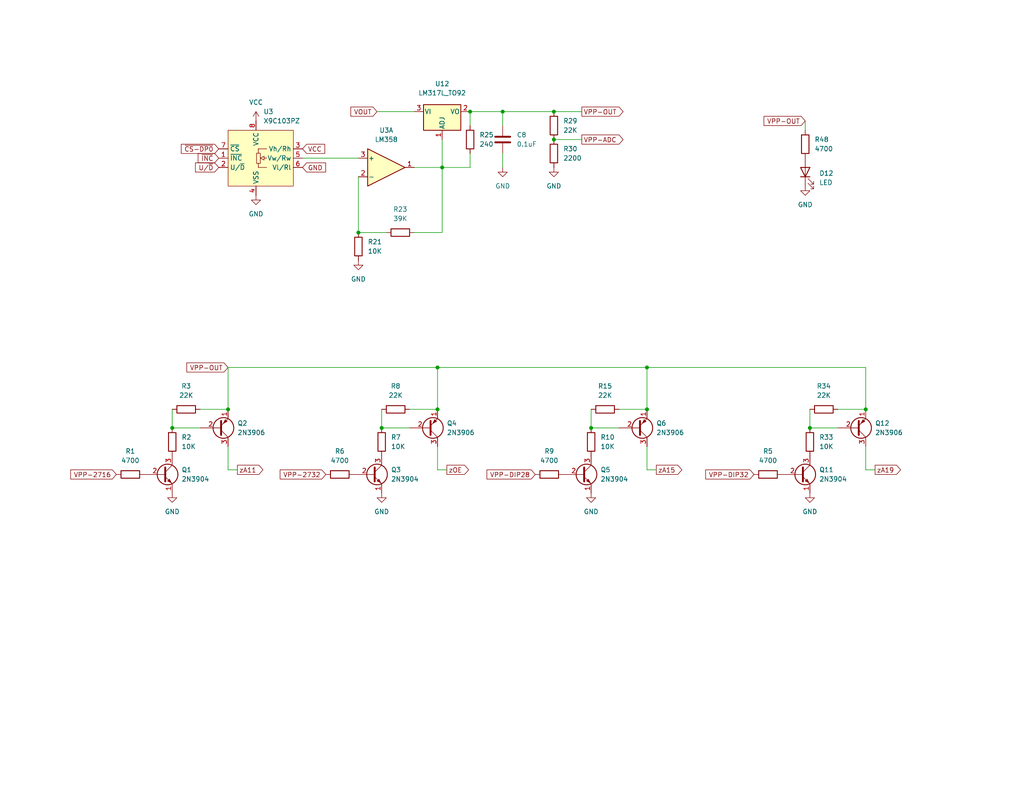
<source format=kicad_sch>
(kicad_sch (version 20211123) (generator eeschema)
  (paper "A")
  (lib_symbols
    (symbol "Amplifier_Operational:LM358" (pin_names (offset 0.127))
      (property "Reference" "U" (at 0 5.08 0))
      (property "Value" "LM358" (at 0 -5.08 0))
      (symbol "LM358_1_1"
        (polyline (pts (xy -5.08 5.08) (xy 5.08 0) (xy -5.08 -5.08) (xy -5.08 5.08)) (stroke (width 0.254)) (fill (type background)))
        (pin output line (at 7.62 0 180) (length 2.54) (name "~") (number "1"))
        (pin input line (at -7.62 -2.54 0) (length 2.54) (name "-") (number "2"))
        (pin input line (at -7.62 2.54 0) (length 2.54) (name "+") (number "3"))
      )
      (symbol "LM358_2_1"
        (polyline (pts (xy -5.08 5.08) (xy 5.08 0) (xy -5.08 -5.08) (xy -5.08 5.08)) (stroke (width 0.254)) (fill (type background)))
        (pin input line (at -7.62 2.54 0) (length 2.54) (name "+") (number "5"))
        (pin input line (at -7.62 -2.54 0) (length 2.54) (name "-") (number "6"))
        (pin output line (at 7.62 0 180) (length 2.54) (name "~") (number "7"))
      )
      (symbol "LM358_3_1"
        (pin power_in line (at -2.54 -7.62 90) (length 3.81) (name "V-") (number "4"))
        (pin power_in line (at -2.54 7.62 270) (length 3.81) (name "V+") (number "8"))
      )
    )
    (symbol "Device:C" (pin_numbers hide) (pin_names (offset 0.254))
      (property "Reference" "C" (at 0.635 2.54 0))
      (property "Value" "C" (at 0.635 -2.54 0))
      (symbol "C_0_1"
        (polyline (pts (xy -2.032 -0.762) (xy 2.032 -0.762)) (stroke (width 0.508)))
        (polyline (pts (xy -2.032 0.762) (xy 2.032 0.762)) (stroke (width 0.508)))
      )
      (symbol "C_1_1"
        (pin passive line (at 0 3.81 270) (length 2.794) (name "~") (number "1"))
        (pin passive line (at 0 -3.81 90) (length 2.794) (name "~") (number "2"))
      )
    )
    (symbol "Device:LED" (pin_numbers hide) (pin_names (offset 1.016) hide)
      (property "Reference" "D" (at 0 2.54 0))
      (property "Value" "LED" (at 0 -2.54 0))
      (symbol "LED_0_1"
        (polyline (pts (xy -1.27 -1.27) (xy -1.27 1.27)) (stroke (width 0.254)))
        (polyline (pts (xy -1.27 0) (xy 1.27 0)))
        (polyline (pts (xy 1.27 -1.27) (xy 1.27 1.27) (xy -1.27 0) (xy 1.27 -1.27)) (stroke (width 0.254)))
        (polyline (pts (xy -3.048 -0.762) (xy -4.572 -2.286) (xy -3.81 -2.286) (xy -4.572 -2.286) (xy -4.572 -1.524)))
        (polyline (pts (xy -1.778 -0.762) (xy -3.302 -2.286) (xy -2.54 -2.286) (xy -3.302 -2.286) (xy -3.302 -1.524)))
      )
      (symbol "LED_1_1"
        (pin passive line (at -3.81 0 0) (length 2.54) (name "K") (number "1"))
        (pin passive line (at 3.81 0 180) (length 2.54) (name "A") (number "2"))
      )
    )
    (symbol "Device:R" (pin_numbers hide) (pin_names (offset 0))
      (property "Reference" "R" (at 2.032 0 90))
      (property "Value" "R" (at 0 0 90))
      (symbol "R_0_1"
        (rectangle (start -1.016 -2.54) (end 1.016 2.54) (stroke (width 0.254)))
      )
      (symbol "R_1_1"
        (pin passive line (at 0 3.81 270) (length 1.27) (name "~") (number "1"))
        (pin passive line (at 0 -3.81 90) (length 1.27) (name "~") (number "2"))
      )
    )
    (symbol "Regulator_Linear:LM317L_TO92" (pin_names (offset 0.254))
      (property "Reference" "U" (at -3.81 3.175 0))
      (property "Value" "LM317L_TO92" (at 0 3.175 0))
      (symbol "LM317L_TO92_0_1"
        (rectangle (start -5.08 1.905) (end 5.08 -5.08) (stroke (width 0.254)) (fill (type background)))
      )
      (symbol "LM317L_TO92_1_1"
        (pin input line (at 0 -7.62 90) (length 2.54) (name "ADJ") (number "1"))
        (pin power_out line (at 7.62 0 180) (length 2.54) (name "VO") (number "2"))
        (pin power_in line (at -7.62 0 0) (length 2.54) (name "VI") (number "3"))
      )
    )
    (symbol "Transistor_BJT:2N3904" (pin_names (offset 0) hide)
      (property "Reference" "Q" (at 5.08 1.905 0))
      (property "Value" "2N3904" (at 5.08 0 0))
      (symbol "2N3904_0_1"
        (polyline (pts (xy 0.635 0.635) (xy 2.54 2.54)))
        (polyline (pts (xy 0.635 -0.635) (xy 2.54 -2.54) (xy 2.54 -2.54)))
        (polyline (pts (xy 0.635 1.905) (xy 0.635 -1.905) (xy 0.635 -1.905)) (stroke (width 0.508)))
        (polyline (pts (xy 1.27 -1.778) (xy 1.778 -1.27) (xy 2.286 -2.286) (xy 1.27 -1.778) (xy 1.27 -1.778)) (fill (type outline)))
        (circle (center 1.27 0) (radius 2.8194) (stroke (width 0.254)))
      )
      (symbol "2N3904_1_1"
        (pin passive line (at 2.54 -5.08 90) (length 2.54) (name "E") (number "1"))
        (pin passive line (at -5.08 0 0) (length 5.715) (name "B") (number "2"))
        (pin passive line (at 2.54 5.08 270) (length 2.54) (name "C") (number "3"))
      )
    )
    (symbol "Transistor_BJT:2N3906" (pin_names (offset 0) hide)
      (property "Reference" "Q" (at 5.08 1.905 0))
      (property "Value" "2N3906" (at 5.08 0 0))
      (symbol "2N3906_0_1"
        (polyline (pts (xy 0.635 0.635) (xy 2.54 2.54)))
        (polyline (pts (xy 0.635 -0.635) (xy 2.54 -2.54) (xy 2.54 -2.54)))
        (polyline (pts (xy 0.635 1.905) (xy 0.635 -1.905) (xy 0.635 -1.905)) (stroke (width 0.508)))
        (polyline (pts (xy 2.286 -1.778) (xy 1.778 -2.286) (xy 1.27 -1.27) (xy 2.286 -1.778) (xy 2.286 -1.778)) (fill (type outline)))
        (circle (center 1.27 0) (radius 2.8194) (stroke (width 0.254)))
      )
      (symbol "2N3906_1_1"
        (pin passive line (at 2.54 -5.08 90) (length 2.54) (name "E") (number "1"))
        (pin input line (at -5.08 0 0) (length 5.715) (name "B") (number "2"))
        (pin passive line (at 2.54 5.08 270) (length 2.54) (name "C") (number "3"))
      )
    )
    (symbol "X9Cxxx:X9C103PZ"
      (property "Reference" "U?" (at 0.7494 12.7 0))
      (property "Value" "X9C103PZ" (at 0.7494 10.16 0))
      (symbol "X9C103PZ_0_1"
        (polyline (pts (xy -1.27 7.62) (xy 8.89 7.62) (xy 8.89 -5.08) (xy 8.89 -7.62) (xy -8.89 -7.62) (xy -8.89 7.62) (xy -1.27 7.62)) (fill (type background)))
      )
      (symbol "X9C103PZ_1_1"
        (rectangle (start -1.1176 1.3462) (end -0.1016 -1.4478))
        (polyline (pts (xy -0.635 -2.286) (xy -0.635 -1.4478)))
        (polyline (pts (xy -0.635 2.3114) (xy -0.635 1.3716)))
        (polyline (pts (xy 0.9398 0.0254) (xy 1.651 0.0254)))
        (polyline (pts (xy -0.635 -2.54) (xy -0.635 -2.286) (xy -0.635 -2.286)) (fill (type background)))
        (polyline (pts (xy -0.635 -2.54) (xy 1.651 -2.54) (xy 1.651 -2.54)) (fill (type background)))
        (polyline (pts (xy -0.635 2.54) (xy -0.635 2.286) (xy -0.635 2.286)))
        (polyline (pts (xy -0.635 2.54) (xy 1.651 2.54) (xy 1.651 2.54)) (fill (type background)))
        (polyline (pts (xy 0.9398 0.508) (xy 0.9398 -0.508) (xy -0.0762 0) (xy 0.9398 0.508) (xy 0.9398 0.508)) (fill (type background)))
        (pin input line (at -11.43 0 0) (length 2.54) (name "~{INC}") (number "1"))
        (pin input line (at -11.43 -2.54 0) (length 2.54) (name "U/~{D}") (number "2"))
        (pin passive line (at 11.43 2.54 180) (length 2.54) (name "Vh/Rh") (number "3"))
        (pin power_in line (at -1.27 -10.16 90) (length 2.54) (name "VSS") (number "4"))
        (pin passive line (at 11.43 0 180) (length 2.54) (name "Vw/Rw") (number "5"))
        (pin passive line (at 11.43 -2.54 180) (length 2.54) (name "Vl/Rl") (number "6"))
        (pin input line (at -11.43 2.54 0) (length 2.54) (name "~{CS}") (number "7"))
        (pin power_in line (at -1.27 10.16 270) (length 2.54) (name "VCC") (number "8"))
      )
    )
    (symbol "power:GND" (power) (pin_names (offset 0))
      (property "Value" "GND" (at 0 -3.81 0))
      (symbol "GND_0_1"
        (polyline (pts (xy 0 0) (xy 0 -1.27) (xy 1.27 -1.27) (xy 0 -2.54) (xy -1.27 -1.27) (xy 0 -1.27)))
      )
      (symbol "GND_1_1"
        (pin power_in line (at 0 0 270) (length 0) hide (name "GND") (number "1"))
      )
    )
    (symbol "power:VCC" (power) (pin_names (offset 0))
      (property "Value" "VCC" (at 0 3.81 0))
      (symbol "VCC_0_1"
        (polyline (pts (xy -0.762 1.27) (xy 0 2.54)))
        (polyline (pts (xy 0 0) (xy 0 2.54)))
        (polyline (pts (xy 0 2.54) (xy 0.762 1.27)))
      )
      (symbol "VCC_1_1"
        (pin power_in line (at 0 0 90) (length 0) hide (name "VCC") (number "1"))
      )
    )
  )
  (junction (at 119.38 111.76))
  (junction (at 220.98 116.84))
  (junction (at 151.13 30.48))
  (junction (at 104.14 116.84))
  (junction (at 176.53 111.76))
  (junction (at 120.65 45.72))
  (junction (at 151.13 38.1))
  (junction (at 62.23 111.76))
  (junction (at 161.29 116.84))
  (junction (at 137.16 30.48))
  (junction (at 236.22 111.76))
  (junction (at 176.53 100.33))
  (junction (at 97.79 63.5))
  (junction (at 119.38 100.33))
  (junction (at 46.99 116.84))
  (junction (at 128.27 30.48))
  (wire (pts (xy 104.14 116.84) (xy 111.76 116.84)))
  (wire (pts (xy 54.61 111.76) (xy 62.23 111.76)))
  (wire (pts (xy 236.22 121.92) (xy 236.22 128.27)))
  (wire (pts (xy 62.23 100.33) (xy 62.23 111.76)))
  (wire (pts (xy 161.29 111.76) (xy 161.29 116.84)))
  (wire (pts (xy 113.03 45.72) (xy 120.65 45.72)))
  (wire (pts (xy 97.79 48.26) (xy 97.79 63.5)))
  (wire (pts (xy 105.41 63.5) (xy 97.79 63.5)))
  (wire (pts (xy 176.53 100.33) (xy 236.22 100.33)))
  (wire (pts (xy 104.14 111.76) (xy 104.14 116.84)))
  (wire (pts (xy 120.65 45.72) (xy 120.65 38.1)))
  (wire (pts (xy 128.27 30.48) (xy 128.27 34.29)))
  (wire (pts (xy 220.98 111.76) (xy 220.98 116.84)))
  (wire (pts (xy 176.53 128.27) (xy 179.07 128.27)))
  (wire (pts (xy 62.23 121.92) (xy 62.23 128.27)))
  (wire (pts (xy 128.27 30.48) (xy 137.16 30.48)))
  (wire (pts (xy 236.22 100.33) (xy 236.22 111.76)))
  (wire (pts (xy 137.16 30.48) (xy 137.16 34.29)))
  (wire (pts (xy 219.71 33.02) (xy 219.71 35.56)))
  (wire (pts (xy 119.38 100.33) (xy 119.38 111.76)))
  (wire (pts (xy 46.99 116.84) (xy 54.61 116.84)))
  (wire (pts (xy 128.27 41.91) (xy 128.27 45.72)))
  (wire (pts (xy 137.16 30.48) (xy 151.13 30.48)))
  (wire (pts (xy 113.03 63.5) (xy 120.65 63.5)))
  (wire (pts (xy 220.98 116.84) (xy 228.6 116.84)))
  (wire (pts (xy 228.6 111.76) (xy 236.22 111.76)))
  (wire (pts (xy 128.27 45.72) (xy 120.65 45.72)))
  (wire (pts (xy 151.13 38.1) (xy 158.75 38.1)))
  (wire (pts (xy 119.38 128.27) (xy 121.92 128.27)))
  (wire (pts (xy 111.76 111.76) (xy 119.38 111.76)))
  (wire (pts (xy 236.22 128.27) (xy 238.76 128.27)))
  (wire (pts (xy 168.91 111.76) (xy 176.53 111.76)))
  (wire (pts (xy 120.65 63.5) (xy 120.65 45.72)))
  (wire (pts (xy 176.53 121.92) (xy 176.53 128.27)))
  (wire (pts (xy 137.16 41.91) (xy 137.16 45.72)))
  (wire (pts (xy 119.38 100.33) (xy 176.53 100.33)))
  (wire (pts (xy 62.23 128.27) (xy 64.77 128.27)))
  (wire (pts (xy 119.38 121.92) (xy 119.38 128.27)))
  (wire (pts (xy 161.29 116.84) (xy 168.91 116.84)))
  (wire (pts (xy 151.13 30.48) (xy 158.75 30.48)))
  (wire (pts (xy 46.99 111.76) (xy 46.99 116.84)))
  (wire (pts (xy 62.23 100.33) (xy 119.38 100.33)))
  (wire (pts (xy 113.03 30.48) (xy 102.87 30.48)))
  (wire (pts (xy 176.53 100.33) (xy 176.53 111.76)))
  (wire (pts (xy 82.55 43.18) (xy 97.79 43.18)))
  (global_label "GND" (shape input) (at 82.55 45.72 0) (property "Intersheet References" "${INTERSHEET_REFS}" (effects hide)))
  (global_label "VPP-ADC" (shape output) (at 158.75 38.1 0) (property "Intersheet References" "${INTERSHEET_REFS}" (effects hide)))
  (global_label "~{CS-DP0}" (shape input) (at 59.69 40.64 180) (property "Intersheet References" "${INTERSHEET_REFS}" (effects hide)))
  (global_label "VPP-OUT" (shape output) (at 158.75 30.48 0) (property "Intersheet References" "${INTERSHEET_REFS}" (effects hide)))
  (global_label "VOUT" (shape input) (at 102.87 30.48 180) (property "Intersheet References" "${INTERSHEET_REFS}" (effects hide)))
  (global_label "VPP-OUT" (shape input) (at 62.23 100.33 180) (property "Intersheet References" "${INTERSHEET_REFS}" (effects hide)))
  (global_label "~{INC}" (shape input) (at 59.69 43.18 180) (property "Intersheet References" "${INTERSHEET_REFS}" (effects hide)))
  (global_label "VPP-DIP28" (shape input) (at 146.05 129.54 180) (property "Intersheet References" "${INTERSHEET_REFS}" (effects hide)))
  (global_label "VPP-2716" (shape input) (at 31.75 129.54 180) (property "Intersheet References" "${INTERSHEET_REFS}" (effects hide)))
  (global_label "VPP-DIP32" (shape input) (at 205.74 129.54 180) (property "Intersheet References" "${INTERSHEET_REFS}" (effects hide)))
  (global_label "zA11" (shape output) (at 64.77 128.27 0) (property "Intersheet References" "${INTERSHEET_REFS}" (effects hide)))
  (global_label "zA19" (shape output) (at 238.76 128.27 0) (property "Intersheet References" "${INTERSHEET_REFS}" (effects hide)))
  (global_label "zA15" (shape output) (at 179.07 128.27 0) (property "Intersheet References" "${INTERSHEET_REFS}" (effects hide)))
  (global_label "VPP-OUT" (shape input) (at 219.71 33.02 180) (property "Intersheet References" "${INTERSHEET_REFS}" (effects hide)))
  (global_label "U{slash}~{D}" (shape input) (at 59.69 45.72 180) (property "Intersheet References" "${INTERSHEET_REFS}" (effects hide)))
  (global_label "VPP-2732" (shape input) (at 88.9 129.54 180) (property "Intersheet References" "${INTERSHEET_REFS}" (effects hide)))
  (global_label "zOE" (shape output) (at 121.92 128.27 0) (property "Intersheet References" "${INTERSHEET_REFS}" (effects hide)))
  (global_label "VCC" (shape input) (at 82.55 40.64 0) (property "Intersheet References" "${INTERSHEET_REFS}" (effects hide)))
  (symbol (lib_id "Device:R") (at 109.22 63.5 90) (unit 1)
    (property "Reference" "R23" (at 109.22 57.15 90))
    (property "Value" "39K" (at 109.22 59.69 90))
    (property "Footprint" "Resistor_THT:R_Axial_DIN0207_L6.3mm_D2.5mm_P7.62mm_Horizontal" (effects hide))
  )
  (symbol (lib_id "Transistor_BJT:2N3904") (at 44.45 129.54 0) (unit 1)
    (property "Reference" "Q1" (at 49.53 128.2699 0) (effects (justify left)))
    (property "Value" "2N3904" (at 49.53 130.8099 0) (effects (justify left)))
    (property "Footprint" "Package_TO_SOT_THT:TO-92_HandSolder" (effects hide))
    (property "Datasheet" "https://www.onsemi.com/pub/Collateral/2N3903-D.PDF" (effects hide))
  )
  (symbol (lib_id "Transistor_BJT:2N3904") (at 158.75 129.54 0) (unit 1)
    (property "Reference" "Q5" (at 163.83 128.2699 0) (effects (justify left)))
    (property "Value" "2N3904" (at 163.83 130.8099 0) (effects (justify left)))
    (property "Footprint" "Package_TO_SOT_THT:TO-92_HandSolder" (effects hide))
    (property "Datasheet" "https://www.onsemi.com/pub/Collateral/2N3903-D.PDF" (effects hide))
  )
  (symbol (lib_id "Device:R") (at 149.86 129.54 90) (unit 1)
    (property "Reference" "R9" (at 149.86 123.19 90))
    (property "Value" "4700" (at 149.86 125.73 90))
    (property "Footprint" "Resistor_THT:R_Axial_DIN0207_L6.3mm_D2.5mm_P7.62mm_Horizontal" (effects hide))
  )
  (symbol (lib_id "Device:R") (at 128.27 38.1 0) (unit 1)
    (property "Reference" "R25" (at 130.81 36.8299 0) (effects (justify left)))
    (property "Value" "240" (at 130.81 39.3699 0) (effects (justify left)))
    (property "Footprint" "Resistor_THT:R_Axial_DIN0207_L6.3mm_D2.5mm_P7.62mm_Horizontal" (effects hide))
  )
  (symbol (lib_id "Device:R") (at 161.29 120.65 0) (unit 1)
    (property "Reference" "R10" (at 163.83 119.3799 0) (effects (justify left)))
    (property "Value" "10K" (at 163.83 121.9199 0) (effects (justify left)))
    (property "Footprint" "Resistor_THT:R_Axial_DIN0207_L6.3mm_D2.5mm_P7.62mm_Horizontal" (effects hide))
  )
  (symbol (lib_id "Device:R") (at 220.98 120.65 0) (unit 1)
    (property "Reference" "R33" (at 223.52 119.3799 0) (effects (justify left)))
    (property "Value" "10K" (at 223.52 121.9199 0) (effects (justify left)))
    (property "Footprint" "Resistor_THT:R_Axial_DIN0207_L6.3mm_D2.5mm_P7.62mm_Horizontal" (effects hide))
  )
  (symbol (lib_id "Device:R") (at 151.13 41.91 0) (unit 1)
    (property "Reference" "R30" (at 153.67 40.6399 0) (effects (justify left)))
    (property "Value" "2200" (at 153.67 43.1799 0) (effects (justify left)))
    (property "Footprint" "Resistor_THT:R_Axial_DIN0207_L6.3mm_D2.5mm_P7.62mm_Horizontal" (effects hide))
  )
  (symbol (lib_id "Device:R") (at 97.79 67.31 0) (unit 1)
    (property "Reference" "R21" (at 100.33 66.0399 0) (effects (justify left)))
    (property "Value" "10K" (at 100.33 68.5799 0) (effects (justify left)))
    (property "Footprint" "Resistor_THT:R_Axial_DIN0207_L6.3mm_D2.5mm_P7.62mm_Horizontal" (effects hide))
  )
  (symbol (lib_id "power:GND") (at 151.13 45.72 0) (unit 1)
    (property "Reference" "#PWR028" (effects hide))
    (property "Value" "GND" (at 151.13 50.8 0))
  )
  (symbol (lib_id "power:GND") (at 137.16 45.72 0) (unit 1)
    (property "Reference" "#PWR026" (effects hide))
    (property "Value" "GND" (at 137.16 50.8 0))
  )
  (symbol (lib_id "power:GND") (at 104.14 134.62 0) (unit 1)
    (property "Reference" "#PWR09" (effects hide))
    (property "Value" "GND" (at 104.14 139.7 0))
  )
  (symbol (lib_id "Device:R") (at 92.71 129.54 90) (unit 1)
    (property "Reference" "R6" (at 92.71 123.19 90))
    (property "Value" "4700" (at 92.71 125.73 90))
    (property "Footprint" "Resistor_THT:R_Axial_DIN0207_L6.3mm_D2.5mm_P7.62mm_Horizontal" (effects hide))
  )
  (symbol (lib_id "Device:R") (at 209.55 129.54 90) (unit 1)
    (property "Reference" "R5" (at 209.55 123.19 90))
    (property "Value" "4700" (at 209.55 125.73 90))
    (property "Footprint" "Resistor_THT:R_Axial_DIN0207_L6.3mm_D2.5mm_P7.62mm_Horizontal" (effects hide))
  )
  (symbol (lib_id "power:GND") (at 161.29 134.62 0) (unit 1)
    (property "Reference" "#PWR011" (effects hide))
    (property "Value" "GND" (at 161.29 139.7 0))
  )
  (symbol (lib_id "power:VCC") (at 69.85 33.02 0) (unit 1)
    (property "Reference" "#PWR051" (effects hide))
    (property "Value" "VCC" (at 69.85 27.94 0))
  )
  (symbol (lib_id "Transistor_BJT:2N3906") (at 116.84 116.84 0) (mirror x) (unit 1)
    (property "Reference" "Q4" (at 121.92 115.5699 0) (effects (justify left)))
    (property "Value" "2N3906" (at 121.92 118.1099 0) (effects (justify left)))
    (property "Footprint" "Package_TO_SOT_THT:TO-92_HandSolder" (effects hide))
    (property "Datasheet" "https://www.onsemi.com/pub/Collateral/2N3906-D.PDF" (effects hide))
  )
  (symbol (lib_id "Amplifier_Operational:LM358") (at 105.41 45.72 0) (unit 1)
    (property "Reference" "U3" (at 105.41 35.56 0))
    (property "Value" "LM358" (at 105.41 38.1 0))
    (property "Footprint" "Package_DIP:DIP-8_W7.62mm_Socket" (effects hide))
    (property "Datasheet" "http://www.ti.com/lit/ds/symlink/lm2904-n.pdf" (effects hide))
  )
  (symbol (lib_id "power:GND") (at 219.71 50.8 0) (unit 1)
    (property "Reference" "#PWR037" (effects hide))
    (property "Value" "GND" (at 219.71 55.88 0))
  )
  (symbol (lib_id "X9Cxxx:X9C103PZ") (at 71.12 43.18 0) (unit 1)
    (property "Reference" "U3" (at 71.8694 30.48 0) (effects (justify left)))
    (property "Value" "X9C103PZ" (at 71.8694 33.02 0) (effects (justify left)))
    (property "Footprint" "Package_DIP:DIP-8_W7.62mm_Socket" (effects hide))
    (property "Datasheet" "https://www.renesas.com/us/en/document/dst/x9c102-x9c103-x9c104-x9c503-datasheet" (effects hide))
  )
  (symbol (lib_id "Device:R") (at 35.56 129.54 90) (unit 1)
    (property "Reference" "R1" (at 35.56 123.19 90))
    (property "Value" "4700" (at 35.56 125.73 90))
    (property "Footprint" "Resistor_THT:R_Axial_DIN0207_L6.3mm_D2.5mm_P7.62mm_Horizontal" (effects hide))
  )
  (symbol (lib_id "Transistor_BJT:2N3904") (at 101.6 129.54 0) (unit 1)
    (property "Reference" "Q3" (at 106.68 128.2699 0) (effects (justify left)))
    (property "Value" "2N3904" (at 106.68 130.8099 0) (effects (justify left)))
    (property "Footprint" "Package_TO_SOT_THT:TO-92_HandSolder" (effects hide))
    (property "Datasheet" "https://www.onsemi.com/pub/Collateral/2N3903-D.PDF" (effects hide))
  )
  (symbol (lib_id "Transistor_BJT:2N3906") (at 233.68 116.84 0) (mirror x) (unit 1)
    (property "Reference" "Q12" (at 238.76 115.5699 0) (effects (justify left)))
    (property "Value" "2N3906" (at 238.76 118.1099 0) (effects (justify left)))
    (property "Footprint" "Package_TO_SOT_THT:TO-92_HandSolder" (effects hide))
    (property "Datasheet" "https://www.onsemi.com/pub/Collateral/2N3906-D.PDF" (effects hide))
  )
  (symbol (lib_id "Device:LED") (at 219.71 46.99 90) (unit 1)
    (property "Reference" "D12" (at 223.52 47.3074 90) (effects (justify right)))
    (property "Value" "LED" (at 223.52 49.8474 90) (effects (justify right)))
    (property "Footprint" "LED_THT:LED_D3.0mm" (effects hide))
  )
  (symbol (lib_id "Transistor_BJT:2N3906") (at 59.69 116.84 0) (mirror x) (unit 1)
    (property "Reference" "Q2" (at 64.77 115.5699 0) (effects (justify left)))
    (property "Value" "2N3906" (at 64.77 118.1099 0) (effects (justify left)))
    (property "Footprint" "Package_TO_SOT_THT:TO-92_HandSolder" (effects hide))
    (property "Datasheet" "https://www.onsemi.com/pub/Collateral/2N3906-D.PDF" (effects hide))
  )
  (symbol (lib_id "Device:R") (at 46.99 120.65 0) (unit 1)
    (property "Reference" "R2" (at 49.53 119.3799 0) (effects (justify left)))
    (property "Value" "10K" (at 49.53 121.9199 0) (effects (justify left)))
    (property "Footprint" "Resistor_THT:R_Axial_DIN0207_L6.3mm_D2.5mm_P7.62mm_Horizontal" (effects hide))
  )
  (symbol (lib_id "Transistor_BJT:2N3904") (at 218.44 129.54 0) (unit 1)
    (property "Reference" "Q11" (at 223.52 128.2699 0) (effects (justify left)))
    (property "Value" "2N3904" (at 223.52 130.8099 0) (effects (justify left)))
    (property "Footprint" "Package_TO_SOT_THT:TO-92_HandSolder" (effects hide))
    (property "Datasheet" "https://www.onsemi.com/pub/Collateral/2N3903-D.PDF" (effects hide))
  )
  (symbol (lib_id "Device:R") (at 219.71 39.37 0) (unit 1)
    (property "Reference" "R48" (at 222.25 38.0999 0) (effects (justify left)))
    (property "Value" "4700" (at 222.25 40.6399 0) (effects (justify left)))
    (property "Footprint" "Resistor_THT:R_Axial_DIN0207_L6.3mm_D2.5mm_P7.62mm_Horizontal" (effects hide))
  )
  (symbol (lib_id "power:GND") (at 69.85 53.34 0) (unit 1)
    (property "Reference" "#PWR052" (effects hide))
    (property "Value" "GND" (at 69.85 58.42 0))
  )
  (symbol (lib_id "Regulator_Linear:LM317L_TO92") (at 120.65 30.48 0) (unit 1)
    (property "Reference" "U12" (at 120.65 22.86 0))
    (property "Value" "LM317L_TO92" (at 120.65 25.4 0))
    (property "Footprint" "Package_TO_SOT_THT:TO-92_HandSolder" (effects hide))
    (property "Datasheet" "http://www.ti.com/lit/ds/snvs775k/snvs775k.pdf" (effects hide))
  )
  (symbol (lib_id "Device:R") (at 50.8 111.76 90) (unit 1)
    (property "Reference" "R3" (at 50.8 105.41 90))
    (property "Value" "22K" (at 50.8 107.95 90))
    (property "Footprint" "Resistor_THT:R_Axial_DIN0207_L6.3mm_D2.5mm_P7.62mm_Horizontal" (effects hide))
  )
  (symbol (lib_id "Device:C") (at 137.16 38.1 0) (unit 1)
    (property "Reference" "C8" (at 140.97 36.8299 0) (effects (justify left)))
    (property "Value" "0.1uF" (at 140.97 39.3699 0) (effects (justify left)))
    (property "Footprint" "Capacitor_THT:C_Disc_D5.0mm_W2.5mm_P5.00mm" (effects hide))
  )
  (symbol (lib_id "power:GND") (at 97.79 71.12 0) (unit 1)
    (property "Reference" "#PWR021" (effects hide))
    (property "Value" "GND" (at 97.79 76.2 0))
  )
  (symbol (lib_id "Device:R") (at 165.1 111.76 90) (unit 1)
    (property "Reference" "R15" (at 165.1 105.41 90))
    (property "Value" "22K" (at 165.1 107.95 90))
    (property "Footprint" "Resistor_THT:R_Axial_DIN0207_L6.3mm_D2.5mm_P7.62mm_Horizontal" (effects hide))
  )
  (symbol (lib_id "Transistor_BJT:2N3906") (at 173.99 116.84 0) (mirror x) (unit 1)
    (property "Reference" "Q6" (at 179.07 115.5699 0) (effects (justify left)))
    (property "Value" "2N3906" (at 179.07 118.1099 0) (effects (justify left)))
    (property "Footprint" "Package_TO_SOT_THT:TO-92_HandSolder" (effects hide))
    (property "Datasheet" "https://www.onsemi.com/pub/Collateral/2N3906-D.PDF" (effects hide))
  )
  (symbol (lib_id "Device:R") (at 107.95 111.76 90) (unit 1)
    (property "Reference" "R8" (at 107.95 105.41 90))
    (property "Value" "22K" (at 107.95 107.95 90))
    (property "Footprint" "Resistor_THT:R_Axial_DIN0207_L6.3mm_D2.5mm_P7.62mm_Horizontal" (effects hide))
  )
  (symbol (lib_id "power:GND") (at 46.99 134.62 0) (unit 1)
    (property "Reference" "#PWR01" (effects hide))
    (property "Value" "GND" (at 46.99 139.7 0))
  )
  (symbol (lib_id "Device:R") (at 104.14 120.65 0) (unit 1)
    (property "Reference" "R7" (at 106.68 119.3799 0) (effects (justify left)))
    (property "Value" "10K" (at 106.68 121.9199 0) (effects (justify left)))
    (property "Footprint" "Resistor_THT:R_Axial_DIN0207_L6.3mm_D2.5mm_P7.62mm_Horizontal" (effects hide))
  )
  (symbol (lib_id "power:GND") (at 220.98 134.62 0) (unit 1)
    (property "Reference" "#PWR02" (effects hide))
    (property "Value" "GND" (at 220.98 139.7 0))
  )
  (symbol (lib_id "Device:R") (at 151.13 34.29 0) (unit 1)
    (property "Reference" "R29" (at 153.67 33.0199 0) (effects (justify left)))
    (property "Value" "22K" (at 153.67 35.5599 0) (effects (justify left)))
    (property "Footprint" "Resistor_THT:R_Axial_DIN0207_L6.3mm_D2.5mm_P7.62mm_Horizontal" (effects hide))
  )
  (symbol (lib_id "Device:R") (at 224.79 111.76 90) (unit 1)
    (property "Reference" "R34" (at 224.79 105.41 90))
    (property "Value" "22K" (at 224.79 107.95 90))
    (property "Footprint" "Resistor_THT:R_Axial_DIN0207_L6.3mm_D2.5mm_P7.62mm_Horizontal" (effects hide))
  )
)
</source>
